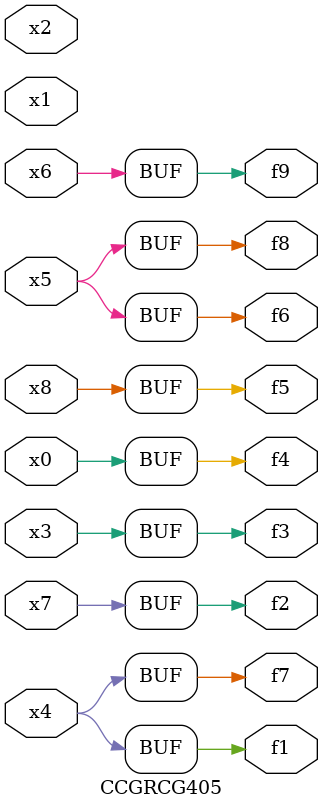
<source format=v>
module CCGRCG405(
	input x0, x1, x2, x3, x4, x5, x6, x7, x8,
	output f1, f2, f3, f4, f5, f6, f7, f8, f9
);
	assign f1 = x4;
	assign f2 = x7;
	assign f3 = x3;
	assign f4 = x0;
	assign f5 = x8;
	assign f6 = x5;
	assign f7 = x4;
	assign f8 = x5;
	assign f9 = x6;
endmodule

</source>
